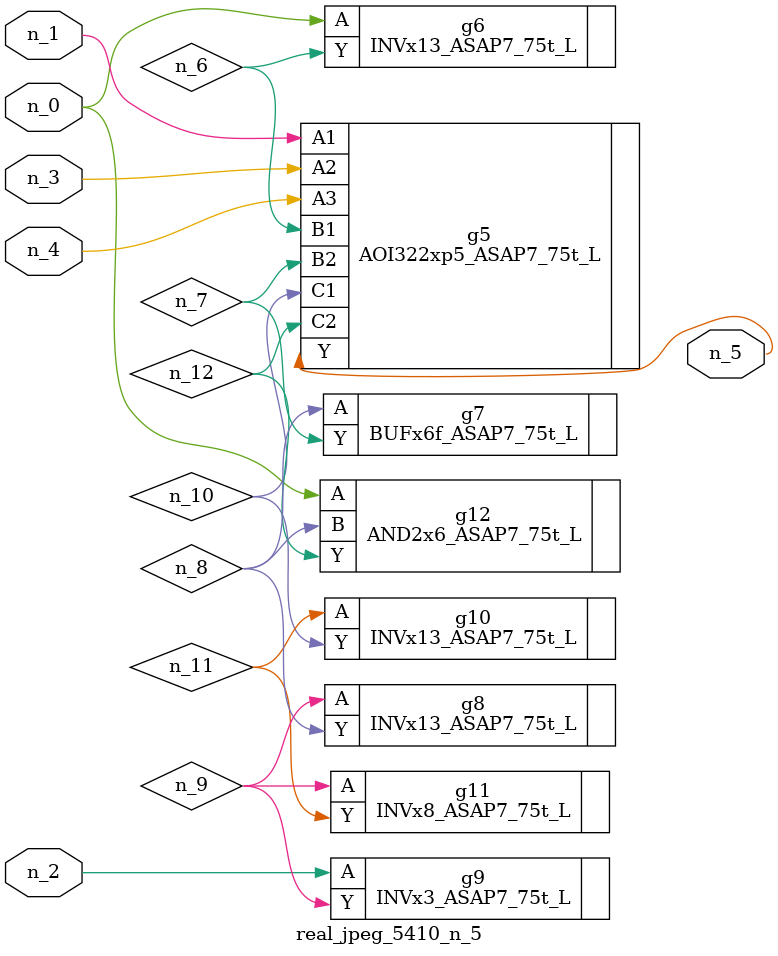
<source format=v>
module real_jpeg_5410_n_5 (n_4, n_0, n_1, n_2, n_3, n_5);

input n_4;
input n_0;
input n_1;
input n_2;
input n_3;

output n_5;

wire n_12;
wire n_8;
wire n_11;
wire n_6;
wire n_7;
wire n_10;
wire n_9;

INVx13_ASAP7_75t_L g6 ( 
.A(n_0),
.Y(n_6)
);

AND2x6_ASAP7_75t_L g12 ( 
.A(n_0),
.B(n_8),
.Y(n_12)
);

AOI322xp5_ASAP7_75t_L g5 ( 
.A1(n_1),
.A2(n_3),
.A3(n_4),
.B1(n_6),
.B2(n_7),
.C1(n_10),
.C2(n_12),
.Y(n_5)
);

INVx3_ASAP7_75t_L g9 ( 
.A(n_2),
.Y(n_9)
);

BUFx6f_ASAP7_75t_L g7 ( 
.A(n_8),
.Y(n_7)
);

INVx13_ASAP7_75t_L g8 ( 
.A(n_9),
.Y(n_8)
);

INVx8_ASAP7_75t_L g11 ( 
.A(n_9),
.Y(n_11)
);

INVx13_ASAP7_75t_L g10 ( 
.A(n_11),
.Y(n_10)
);


endmodule
</source>
